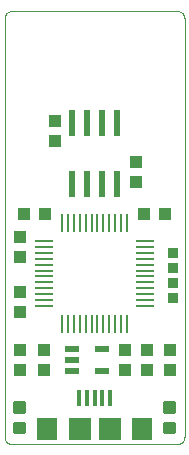
<source format=gtp>
G75*
%MOIN*%
%OFA0B0*%
%FSLAX25Y25*%
%IPPOS*%
%LPD*%
%AMOC8*
5,1,8,0,0,1.08239X$1,22.5*
%
%ADD10C,0.00000*%
%ADD11R,0.01378X0.05512*%
%ADD12R,0.07087X0.07480*%
%ADD13R,0.07480X0.07480*%
%ADD14R,0.04724X0.02165*%
%ADD15C,0.01181*%
%ADD16R,0.03937X0.04331*%
%ADD17R,0.04331X0.03937*%
%ADD18R,0.02400X0.08700*%
%ADD19R,0.05906X0.00984*%
%ADD20R,0.00984X0.05906*%
%ADD21R,0.03500X0.03200*%
D10*
X0032595Y0027058D02*
X0032595Y0166433D01*
X0032597Y0166531D01*
X0032603Y0166629D01*
X0032612Y0166727D01*
X0032626Y0166824D01*
X0032643Y0166921D01*
X0032664Y0167017D01*
X0032689Y0167112D01*
X0032717Y0167206D01*
X0032750Y0167298D01*
X0032785Y0167390D01*
X0032825Y0167480D01*
X0032867Y0167568D01*
X0032914Y0167655D01*
X0032963Y0167739D01*
X0033016Y0167822D01*
X0033072Y0167902D01*
X0033132Y0167981D01*
X0033194Y0168057D01*
X0033259Y0168130D01*
X0033327Y0168201D01*
X0033398Y0168269D01*
X0033471Y0168334D01*
X0033547Y0168396D01*
X0033626Y0168456D01*
X0033706Y0168512D01*
X0033789Y0168565D01*
X0033873Y0168614D01*
X0033960Y0168661D01*
X0034048Y0168703D01*
X0034138Y0168743D01*
X0034230Y0168778D01*
X0034322Y0168811D01*
X0034416Y0168839D01*
X0034511Y0168864D01*
X0034607Y0168885D01*
X0034704Y0168902D01*
X0034801Y0168916D01*
X0034899Y0168925D01*
X0034997Y0168931D01*
X0035095Y0168933D01*
X0090095Y0168933D01*
X0090193Y0168931D01*
X0090291Y0168925D01*
X0090389Y0168916D01*
X0090486Y0168902D01*
X0090583Y0168885D01*
X0090679Y0168864D01*
X0090774Y0168839D01*
X0090868Y0168811D01*
X0090960Y0168778D01*
X0091052Y0168743D01*
X0091142Y0168703D01*
X0091230Y0168661D01*
X0091317Y0168614D01*
X0091401Y0168565D01*
X0091484Y0168512D01*
X0091564Y0168456D01*
X0091643Y0168396D01*
X0091719Y0168334D01*
X0091792Y0168269D01*
X0091863Y0168201D01*
X0091931Y0168130D01*
X0091996Y0168057D01*
X0092058Y0167981D01*
X0092118Y0167902D01*
X0092174Y0167822D01*
X0092227Y0167739D01*
X0092276Y0167655D01*
X0092323Y0167568D01*
X0092365Y0167480D01*
X0092405Y0167390D01*
X0092440Y0167298D01*
X0092473Y0167206D01*
X0092501Y0167112D01*
X0092526Y0167017D01*
X0092547Y0166921D01*
X0092564Y0166824D01*
X0092578Y0166727D01*
X0092587Y0166629D01*
X0092593Y0166531D01*
X0092595Y0166433D01*
X0092595Y0027058D01*
X0092593Y0026960D01*
X0092587Y0026862D01*
X0092578Y0026764D01*
X0092564Y0026667D01*
X0092547Y0026570D01*
X0092526Y0026474D01*
X0092501Y0026379D01*
X0092473Y0026285D01*
X0092440Y0026193D01*
X0092405Y0026101D01*
X0092365Y0026011D01*
X0092323Y0025923D01*
X0092276Y0025836D01*
X0092227Y0025752D01*
X0092174Y0025669D01*
X0092118Y0025589D01*
X0092058Y0025510D01*
X0091996Y0025434D01*
X0091931Y0025361D01*
X0091863Y0025290D01*
X0091792Y0025222D01*
X0091719Y0025157D01*
X0091643Y0025095D01*
X0091564Y0025035D01*
X0091484Y0024979D01*
X0091401Y0024926D01*
X0091317Y0024877D01*
X0091230Y0024830D01*
X0091142Y0024788D01*
X0091052Y0024748D01*
X0090960Y0024713D01*
X0090868Y0024680D01*
X0090774Y0024652D01*
X0090679Y0024627D01*
X0090583Y0024606D01*
X0090486Y0024589D01*
X0090389Y0024575D01*
X0090291Y0024566D01*
X0090193Y0024560D01*
X0090095Y0024558D01*
X0035095Y0024558D01*
X0034997Y0024560D01*
X0034899Y0024566D01*
X0034801Y0024575D01*
X0034704Y0024589D01*
X0034607Y0024606D01*
X0034511Y0024627D01*
X0034416Y0024652D01*
X0034322Y0024680D01*
X0034230Y0024713D01*
X0034138Y0024748D01*
X0034048Y0024788D01*
X0033960Y0024830D01*
X0033873Y0024877D01*
X0033789Y0024926D01*
X0033706Y0024979D01*
X0033626Y0025035D01*
X0033547Y0025095D01*
X0033471Y0025157D01*
X0033398Y0025222D01*
X0033327Y0025290D01*
X0033259Y0025361D01*
X0033194Y0025434D01*
X0033132Y0025510D01*
X0033072Y0025589D01*
X0033016Y0025669D01*
X0032963Y0025752D01*
X0032914Y0025836D01*
X0032867Y0025923D01*
X0032825Y0026011D01*
X0032785Y0026101D01*
X0032750Y0026193D01*
X0032717Y0026285D01*
X0032689Y0026379D01*
X0032664Y0026474D01*
X0032643Y0026570D01*
X0032626Y0026667D01*
X0032612Y0026764D01*
X0032603Y0026862D01*
X0032597Y0026960D01*
X0032595Y0027058D01*
D11*
X0057477Y0039991D03*
X0060036Y0039991D03*
X0062595Y0039991D03*
X0065154Y0039991D03*
X0067713Y0039991D03*
D12*
X0078343Y0029558D03*
X0046847Y0029558D03*
D13*
X0057595Y0029558D03*
X0067595Y0029558D03*
D14*
X0065214Y0048943D03*
X0065214Y0056423D03*
X0054977Y0056423D03*
X0054977Y0052683D03*
X0054977Y0048943D03*
D15*
X0038973Y0038139D02*
X0036217Y0038139D01*
X0038973Y0038139D02*
X0038973Y0035383D01*
X0036217Y0035383D01*
X0036217Y0038139D01*
X0036217Y0036563D02*
X0038973Y0036563D01*
X0038973Y0037743D02*
X0036217Y0037743D01*
X0036217Y0031233D02*
X0038973Y0031233D01*
X0038973Y0028477D01*
X0036217Y0028477D01*
X0036217Y0031233D01*
X0036217Y0029657D02*
X0038973Y0029657D01*
X0038973Y0030837D02*
X0036217Y0030837D01*
X0086217Y0031233D02*
X0088973Y0031233D01*
X0088973Y0028477D01*
X0086217Y0028477D01*
X0086217Y0031233D01*
X0086217Y0029657D02*
X0088973Y0029657D01*
X0088973Y0030837D02*
X0086217Y0030837D01*
X0086217Y0038139D02*
X0088973Y0038139D01*
X0088973Y0035383D01*
X0086217Y0035383D01*
X0086217Y0038139D01*
X0086217Y0036563D02*
X0088973Y0036563D01*
X0088973Y0037743D02*
X0086217Y0037743D01*
D16*
X0087595Y0049337D03*
X0087595Y0056030D03*
X0080095Y0056030D03*
X0080095Y0049337D03*
X0072908Y0049337D03*
X0072908Y0056030D03*
X0045720Y0056030D03*
X0045720Y0049337D03*
X0037595Y0049337D03*
X0037595Y0056030D03*
X0037595Y0068712D03*
X0037595Y0075405D03*
X0037595Y0086837D03*
X0037595Y0093530D03*
X0049470Y0125587D03*
X0049470Y0132280D03*
X0076345Y0118530D03*
X0076345Y0111837D03*
D17*
X0079249Y0101433D03*
X0085942Y0101433D03*
X0045942Y0101433D03*
X0039249Y0101433D03*
D18*
X0055095Y0111133D03*
X0060095Y0111133D03*
X0065095Y0111133D03*
X0070095Y0111133D03*
X0070095Y0131733D03*
X0065095Y0131733D03*
X0060095Y0131733D03*
X0055095Y0131733D03*
D19*
X0045666Y0092260D03*
X0045666Y0090291D03*
X0045666Y0088323D03*
X0045666Y0086354D03*
X0045666Y0084386D03*
X0045666Y0082417D03*
X0045666Y0080449D03*
X0045666Y0078480D03*
X0045666Y0076512D03*
X0045666Y0074543D03*
X0045666Y0072575D03*
X0045666Y0070606D03*
X0079524Y0070606D03*
X0079524Y0072575D03*
X0079524Y0074543D03*
X0079524Y0076512D03*
X0079524Y0078480D03*
X0079524Y0080449D03*
X0079524Y0082417D03*
X0079524Y0084386D03*
X0079524Y0086354D03*
X0079524Y0088323D03*
X0079524Y0090291D03*
X0079524Y0092260D03*
D20*
X0073422Y0098362D03*
X0071453Y0098362D03*
X0069485Y0098362D03*
X0067516Y0098362D03*
X0065548Y0098362D03*
X0063579Y0098362D03*
X0061611Y0098362D03*
X0059642Y0098362D03*
X0057674Y0098362D03*
X0055705Y0098362D03*
X0053737Y0098362D03*
X0051768Y0098362D03*
X0051768Y0064504D03*
X0053737Y0064504D03*
X0055705Y0064504D03*
X0057674Y0064504D03*
X0059642Y0064504D03*
X0061611Y0064504D03*
X0063579Y0064504D03*
X0065548Y0064504D03*
X0067516Y0064504D03*
X0069485Y0064504D03*
X0071453Y0064504D03*
X0073422Y0064504D03*
D21*
X0088845Y0073308D03*
X0088845Y0078308D03*
X0088845Y0083308D03*
X0088845Y0088308D03*
M02*

</source>
